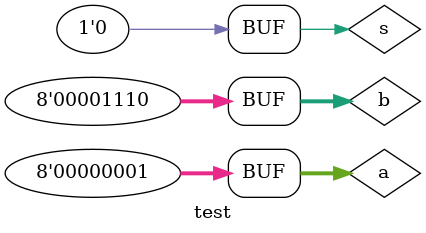
<source format=sv>
`timescale 1 ns / 1 ns

module test;
    reg [7:0] a;
    reg [7:0] b;
    reg s;
    wire [7:0] y;

    mux2 UUT (.a(a), .b(b), .s(s),  .y(y));
    initial
      begin
        $dumpfile("waveforms.vcd");
        $dumpvars(0,test);
      end
    initial
        begin
            a = 2;
            b = 14;
            s = 0;
            #100;
            s = 1;
            #100;
            s = 0;
            #100;
            a = 1;
        end

    initial
    $monitor("%b %b %b %b", a, b, s, y);

endmodule
</source>
